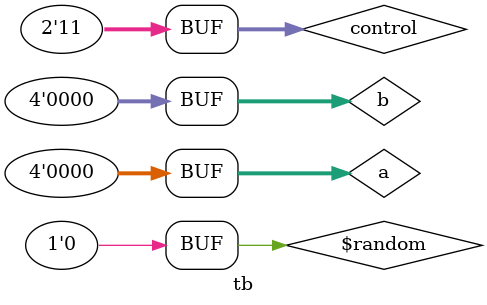
<source format=sv>
module tb;
reg [3:0]a=0;
reg [3:0]b=0;
reg [1:0]control=0;
wire [3:0]result;

alu alu_0(.a(a),
			.b(b),
			.control(control),
			.result(result),
			.v(v),
			.c(c),
			.n(n),
			.z(z)
			);

initial begin
#10;
//add
repeat (25) begin
a = $random;
b = $random;
control = 2'd0;
#10;
end
//sub
repeat (25) begin
a = $random;
b = $random;
control = 2'd1;
#10;
end
//and
repeat (25) begin
a = $random;
b = $random;
control = 2'd2;
#10;
end
//or
repeat (25) begin
a = $random;
b = $random;
control = 2'd3;
#10;
end
end

endmodule

</source>
